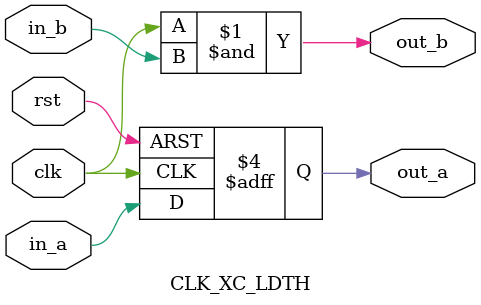
<source format=v>
module CLK_XC_LDTH (in_a, in_b,rst,clk, out_a, out_b);
   input in_a, in_b,clk,rst;
   output out_a, out_b;
   reg out_a;
   assign out_b = clk & in_b;
   always @(posedge clk or negedge rst)
   if(!rst)
   out_a <= 1'b0;
   else
   out_a <= in_a;
endmodule


</source>
